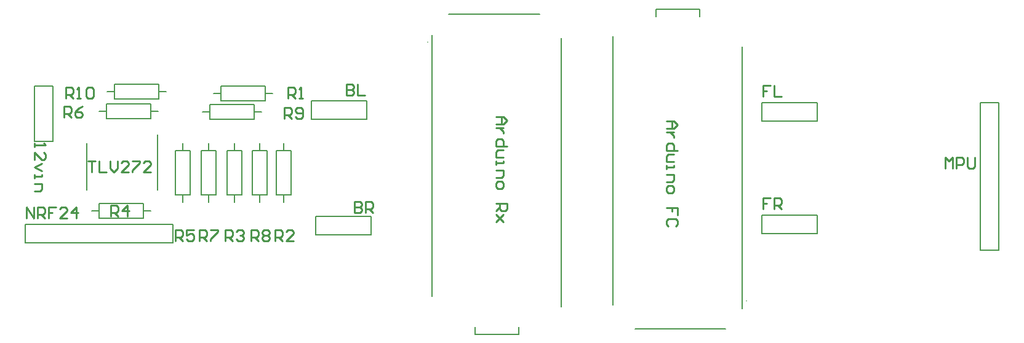
<source format=gto>
G04*
G04 #@! TF.GenerationSoftware,Altium Limited,Altium Designer,23.0.1 (38)*
G04*
G04 Layer_Color=65535*
%FSLAX44Y44*%
%MOMM*%
G71*
G04*
G04 #@! TF.SameCoordinates,617F8338-E601-4E4F-91A7-566DE5F96DF1*
G04*
G04*
G04 #@! TF.FilePolarity,Positive*
G04*
G01*
G75*
%ADD10C,0.1000*%
%ADD11C,0.2000*%
%ADD12C,0.2540*%
D10*
X1009870Y69850D02*
G03*
X1010870Y69850I500J0D01*
G01*
D02*
G03*
X1009870Y69850I-500J0D01*
G01*
X572550Y426720D02*
G03*
X571550Y426720I-500J0D01*
G01*
D02*
G03*
X572550Y426720I500J0D01*
G01*
D11*
X1332230Y139700D02*
Y342900D01*
Y139700D02*
X1357630D01*
Y342900D01*
X1332230D02*
X1357630D01*
X945670Y462150D02*
Y472150D01*
X885670D02*
X945670D01*
X885670Y462150D02*
Y472150D01*
X856870Y31250D02*
X981870D01*
X1004520Y59850D02*
Y419850D01*
X826820Y434850D02*
X826870Y222250D01*
X826820Y64850D02*
Y222250D01*
X636750Y24420D02*
Y34420D01*
Y24420D02*
X696750D01*
Y34420D01*
X600550Y465320D02*
X725550D01*
X577900Y76720D02*
Y436720D01*
X755550Y274320D02*
X755600Y61720D01*
Y274320D02*
Y431720D01*
X276860Y355600D02*
X287020D01*
X347980D02*
X358140D01*
X287020Y365760D02*
X347980D01*
X287020Y345440D02*
Y365760D01*
Y345440D02*
X347980D01*
Y365760D01*
X417830Y161290D02*
Y186690D01*
X494030D01*
Y161290D02*
Y186690D01*
X417830Y161290D02*
X494030D01*
X411480Y320040D02*
Y345440D01*
X487680D01*
Y320040D02*
Y345440D01*
X411480Y320040D02*
X487680D01*
X261620Y330200D02*
X271780D01*
X332740D02*
X342900D01*
X271780Y340360D02*
X332740D01*
X271780Y320040D02*
Y340360D01*
Y320040D02*
X332740D01*
Y340360D01*
X180340Y194310D02*
X190500D01*
X109220D02*
X119380D01*
Y184150D02*
X180340D01*
Y204470D01*
X119380D02*
X180340D01*
X119380Y184150D02*
Y204470D01*
X199930Y223270D02*
Y298770D01*
X102330Y223270D02*
Y287270D01*
X17780Y149860D02*
X220980D01*
Y175260D01*
X17780D02*
X220980D01*
X17780Y149860D02*
Y175260D01*
X234950Y205740D02*
Y215900D01*
Y276860D02*
Y287020D01*
X224790Y215900D02*
Y276860D01*
Y215900D02*
X245110D01*
Y276860D01*
X224790D02*
X245110D01*
X30480Y289560D02*
X55880D01*
X30480D02*
Y365760D01*
X55880D01*
Y289560D02*
Y365760D01*
X119380Y331470D02*
X129540D01*
X190500D02*
X200660D01*
X129540Y341630D02*
X190500D01*
X129540Y321310D02*
Y341630D01*
Y321310D02*
X190500D01*
Y341630D01*
X270510Y276860D02*
Y287020D01*
Y205740D02*
Y215900D01*
X280670D02*
Y276860D01*
X260350D02*
X280670D01*
X260350Y215900D02*
Y276860D01*
Y215900D02*
X280670D01*
X130810Y358140D02*
X140970D01*
X201930D02*
X212090D01*
X140970Y368300D02*
X201930D01*
X140970Y347980D02*
Y368300D01*
Y347980D02*
X201930D01*
Y368300D01*
X306070Y276860D02*
Y287020D01*
Y205740D02*
Y215900D01*
X316230D02*
Y276860D01*
X295910D02*
X316230D01*
X295910Y215900D02*
Y276860D01*
Y215900D02*
X316230D01*
X340360Y276860D02*
Y287020D01*
Y205740D02*
Y215900D01*
X350520D02*
Y276860D01*
X330200D02*
X350520D01*
X330200Y215900D02*
Y276860D01*
Y215900D02*
X350520D01*
X373380Y276860D02*
Y287020D01*
Y205740D02*
Y215900D01*
X383540D02*
Y276860D01*
X363220D02*
X383540D01*
X363220Y215900D02*
Y276860D01*
Y215900D02*
X383540D01*
X1031240Y162560D02*
X1107440D01*
Y187960D01*
X1031240D02*
X1107440D01*
X1031240Y162560D02*
Y187960D01*
Y317500D02*
X1107440D01*
Y342900D01*
X1031240D02*
X1107440D01*
X1031240Y317500D02*
Y342900D01*
D12*
X1283977Y252733D02*
Y267967D01*
X1289055Y262889D01*
X1294133Y267967D01*
Y252733D01*
X1299212D02*
Y267967D01*
X1306829D01*
X1309368Y265428D01*
Y260350D01*
X1306829Y257811D01*
X1299212D01*
X1314447Y267967D02*
Y255272D01*
X1316986Y252733D01*
X1322064D01*
X1324603Y255272D01*
Y267967D01*
X900433Y317477D02*
X910589D01*
X915667Y312398D01*
X910589Y307320D01*
X900433D01*
X908050D01*
Y317477D01*
X910589Y302241D02*
X900433D01*
X905511D01*
X908050Y299702D01*
X910589Y297163D01*
Y294624D01*
X915667Y276850D02*
X900433D01*
Y284467D01*
X902972Y287006D01*
X908050D01*
X910589Y284467D01*
Y276850D01*
Y271771D02*
X902972D01*
X900433Y269232D01*
Y261615D01*
X910589D01*
X900433Y256536D02*
Y251458D01*
Y253997D01*
X910589D01*
Y256536D01*
X900433Y243840D02*
X910589D01*
Y236223D01*
X908050Y233684D01*
X900433D01*
Y226066D02*
Y220988D01*
X902972Y218449D01*
X908050D01*
X910589Y220988D01*
Y226066D01*
X908050Y228605D01*
X902972D01*
X900433Y226066D01*
X915667Y187978D02*
Y198135D01*
X908050D01*
Y193057D01*
Y198135D01*
X900433D01*
X913128Y172743D02*
X915667Y175283D01*
Y180361D01*
X913128Y182900D01*
X902972D01*
X900433Y180361D01*
Y175283D01*
X902972Y172743D01*
X665482Y323827D02*
X675639D01*
X680717Y318748D01*
X675639Y313670D01*
X665482D01*
X673100D01*
Y323827D01*
X675639Y308591D02*
X665482D01*
X670561D01*
X673100Y306052D01*
X675639Y303513D01*
Y300974D01*
X680717Y283200D02*
X665482D01*
Y290817D01*
X668022Y293356D01*
X673100D01*
X675639Y290817D01*
Y283200D01*
Y278121D02*
X668022D01*
X665482Y275582D01*
Y267965D01*
X675639D01*
X665482Y262886D02*
Y257808D01*
Y260347D01*
X675639D01*
Y262886D01*
X665482Y250190D02*
X675639D01*
Y242573D01*
X673100Y240034D01*
X665482D01*
Y232416D02*
Y227338D01*
X668022Y224799D01*
X673100D01*
X675639Y227338D01*
Y232416D01*
X673100Y234955D01*
X668022D01*
X665482Y232416D01*
Y204485D02*
X680717D01*
Y196868D01*
X678178Y194328D01*
X673100D01*
X670561Y196868D01*
Y204485D01*
Y199407D02*
X665482Y194328D01*
X675639Y189250D02*
X665482Y179093D01*
X670561Y184172D01*
X675639Y179093D01*
X665482Y189250D01*
X1042921Y211831D02*
X1032764D01*
Y204214D01*
X1037842D01*
X1032764D01*
Y196596D01*
X1047999D02*
Y211831D01*
X1055617D01*
X1058156Y209292D01*
Y204214D01*
X1055617Y201674D01*
X1047999D01*
X1053077D02*
X1058156Y196596D01*
X379733Y349253D02*
Y364487D01*
X387351D01*
X389890Y361948D01*
Y356870D01*
X387351Y354331D01*
X379733D01*
X384812D02*
X389890Y349253D01*
X394968D02*
X400047D01*
X397508D01*
Y364487D01*
X394968Y361948D01*
X471174Y207008D02*
Y191772D01*
X478792D01*
X481331Y194312D01*
Y196851D01*
X478792Y199390D01*
X471174D01*
X478792D01*
X481331Y201929D01*
Y204468D01*
X478792Y207008D01*
X471174D01*
X486409Y191772D02*
Y207008D01*
X494027D01*
X496566Y204468D01*
Y199390D01*
X494027Y196851D01*
X486409D01*
X491488D02*
X496566Y191772D01*
X459744Y368298D02*
Y353063D01*
X467362D01*
X469901Y355602D01*
Y358141D01*
X467362Y360680D01*
X459744D01*
X467362D01*
X469901Y363219D01*
Y365758D01*
X467362Y368298D01*
X459744D01*
X474979D02*
Y353063D01*
X485136D01*
X374654Y321312D02*
Y336548D01*
X382272D01*
X384811Y334008D01*
Y328930D01*
X382272Y326391D01*
X374654D01*
X379733D02*
X384811Y321312D01*
X389889Y323852D02*
X392428Y321312D01*
X397507D01*
X400046Y323852D01*
Y334008D01*
X397507Y336548D01*
X392428D01*
X389889Y334008D01*
Y331469D01*
X392428Y328930D01*
X400046D01*
X135894Y186693D02*
Y201928D01*
X143512D01*
X146051Y199388D01*
Y194310D01*
X143512Y191771D01*
X135894D01*
X140972D02*
X146051Y186693D01*
X158747D02*
Y201928D01*
X151129Y194310D01*
X161286D01*
X104154Y262887D02*
X114311D01*
X109232D01*
Y247652D01*
X119389Y262887D02*
Y247652D01*
X129546D01*
X134624Y262887D02*
Y252731D01*
X139703Y247652D01*
X144781Y252731D01*
Y262887D01*
X160016Y247652D02*
X149859D01*
X160016Y257809D01*
Y260348D01*
X157477Y262887D01*
X152398D01*
X149859Y260348D01*
X165094Y262887D02*
X175251D01*
Y260348D01*
X165094Y250192D01*
Y247652D01*
X190486D02*
X180329D01*
X190486Y257809D01*
Y260348D01*
X187947Y262887D01*
X182868D01*
X180329Y260348D01*
X19304Y183896D02*
Y199131D01*
X29461Y183896D01*
Y199131D01*
X34539Y183896D02*
Y199131D01*
X42157D01*
X44696Y196592D01*
Y191514D01*
X42157Y188974D01*
X34539D01*
X39617D02*
X44696Y183896D01*
X59931Y199131D02*
X49774D01*
Y191514D01*
X54852D01*
X49774D01*
Y183896D01*
X75166D02*
X65009D01*
X75166Y194053D01*
Y196592D01*
X72627Y199131D01*
X67548D01*
X65009Y196592D01*
X87862Y183896D02*
Y199131D01*
X80244Y191514D01*
X90401D01*
X224794Y152402D02*
Y167638D01*
X232412D01*
X234951Y165098D01*
Y160020D01*
X232412Y157481D01*
X224794D01*
X229872D02*
X234951Y152402D01*
X250186Y167638D02*
X240029D01*
Y160020D01*
X245107Y162559D01*
X247647D01*
X250186Y160020D01*
Y154942D01*
X247647Y152402D01*
X242568D01*
X240029Y154942D01*
X30482Y287009D02*
Y281931D01*
Y284470D01*
X45718D01*
X43178Y287009D01*
X30482Y264157D02*
Y274313D01*
X40639Y264157D01*
X43178D01*
X45718Y266696D01*
Y271774D01*
X43178Y274313D01*
X40639Y259078D02*
X30482Y254000D01*
X40639Y248922D01*
X30482Y243843D02*
Y238765D01*
Y241304D01*
X40639D01*
Y243843D01*
X30482Y231147D02*
X40639D01*
Y223530D01*
X38100Y220991D01*
X30482D01*
X71124Y322583D02*
Y337817D01*
X78742D01*
X81281Y335278D01*
Y330200D01*
X78742Y327661D01*
X71124D01*
X76203D02*
X81281Y322583D01*
X96516Y337817D02*
X91438Y335278D01*
X86359Y330200D01*
Y325122D01*
X88898Y322583D01*
X93977D01*
X96516Y325122D01*
Y327661D01*
X93977Y330200D01*
X86359D01*
X257814Y152402D02*
Y167638D01*
X265432D01*
X267971Y165098D01*
Y160020D01*
X265432Y157481D01*
X257814D01*
X262892D02*
X267971Y152402D01*
X273049Y167638D02*
X283206D01*
Y165098D01*
X273049Y154942D01*
Y152402D01*
X73666Y349253D02*
Y364487D01*
X81284D01*
X83823Y361948D01*
Y356870D01*
X81284Y354331D01*
X73666D01*
X78745D02*
X83823Y349253D01*
X88901D02*
X93980D01*
X91440D01*
Y364487D01*
X88901Y361948D01*
X101597D02*
X104136Y364487D01*
X109215D01*
X111754Y361948D01*
Y351792D01*
X109215Y349253D01*
X104136D01*
X101597Y351792D01*
Y361948D01*
X293374Y152402D02*
Y167638D01*
X300992D01*
X303531Y165098D01*
Y160020D01*
X300992Y157481D01*
X293374D01*
X298452D02*
X303531Y152402D01*
X308609Y165098D02*
X311148Y167638D01*
X316227D01*
X318766Y165098D01*
Y162559D01*
X316227Y160020D01*
X313687D01*
X316227D01*
X318766Y157481D01*
Y154942D01*
X316227Y152402D01*
X311148D01*
X308609Y154942D01*
X328934Y152402D02*
Y167638D01*
X336552D01*
X339091Y165098D01*
Y160020D01*
X336552Y157481D01*
X328934D01*
X334012D02*
X339091Y152402D01*
X344169Y165098D02*
X346708Y167638D01*
X351787D01*
X354326Y165098D01*
Y162559D01*
X351787Y160020D01*
X354326Y157481D01*
Y154942D01*
X351787Y152402D01*
X346708D01*
X344169Y154942D01*
Y157481D01*
X346708Y160020D01*
X344169Y162559D01*
Y165098D01*
X346708Y160020D02*
X351787D01*
X361954Y152402D02*
Y167638D01*
X369572D01*
X372111Y165098D01*
Y160020D01*
X369572Y157481D01*
X361954D01*
X367033D02*
X372111Y152402D01*
X387346D02*
X377189D01*
X387346Y162559D01*
Y165098D01*
X384807Y167638D01*
X379728D01*
X377189Y165098D01*
X1042921Y366771D02*
X1032764D01*
Y359154D01*
X1037842D01*
X1032764D01*
Y351536D01*
X1047999Y366771D02*
Y351536D01*
X1058156D01*
M02*

</source>
